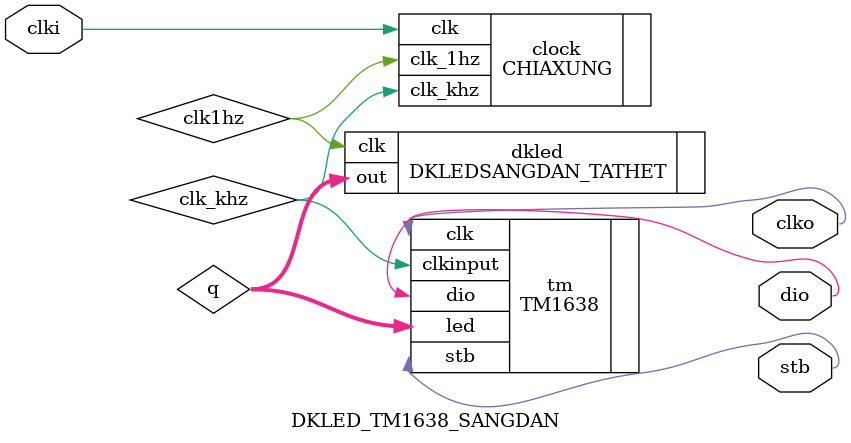
<source format=v>
`timescale 1ns / 1ps
module DKLED_TM1638_SANGDAN(
input wire clki,
output wire clko,
output wire stb,
output wire dio
    );
wire clk_khz,clk_1hz;
wire [7:0] q;
wire [3:0] ones,tens,hundreds ;
CHIAXUNG clock (.clk(clki),.clk_1hz(clk1hz),.clk_khz(clk_khz));
DKLEDSANGDAN_TATHET dkled (.clk(clk1hz),.out(q));
//wire [4:0] seg [7:0];
TM1638 tm (.led(q),
.clkinput(clk_khz),
 .clk(clko),
 .stb(stb),
 .dio(dio)
 );

endmodule

</source>
